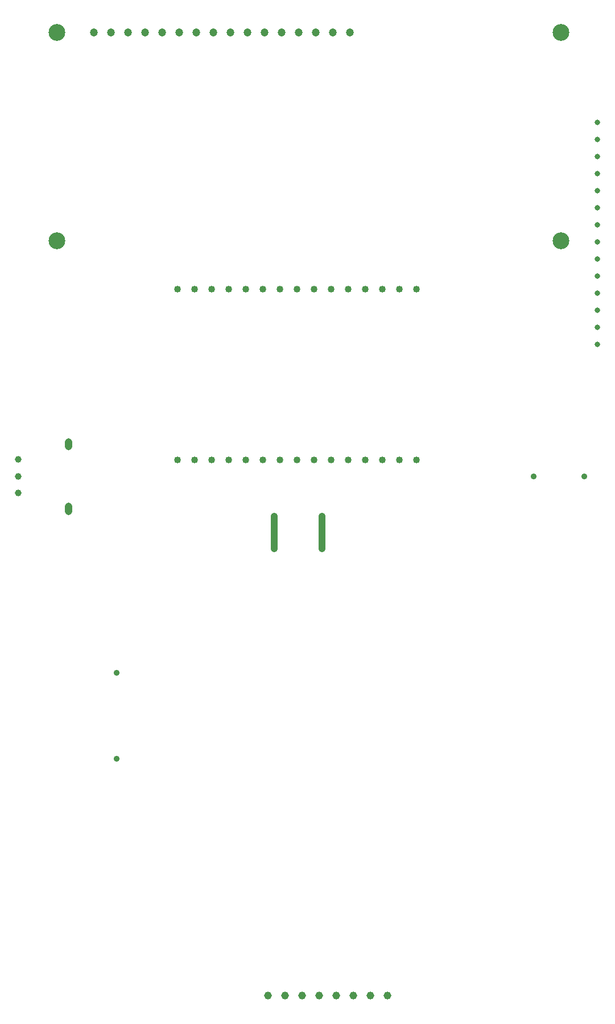
<source format=gbr>
%TF.GenerationSoftware,KiCad,Pcbnew,9.0.3*%
%TF.CreationDate,2025-09-20T20:11:44+05:30*%
%TF.ProjectId,RFID2,52464944-322e-46b6-9963-61645f706362,rev?*%
%TF.SameCoordinates,Original*%
%TF.FileFunction,Plated,1,2,PTH,Mixed*%
%TF.FilePolarity,Positive*%
%FSLAX46Y46*%
G04 Gerber Fmt 4.6, Leading zero omitted, Abs format (unit mm)*
G04 Created by KiCad (PCBNEW 9.0.3) date 2025-09-20 20:11:44*
%MOMM*%
%LPD*%
G01*
G04 APERTURE LIST*
%TA.AperFunction,ComponentDrill*%
%ADD10C,0.800000*%
%TD*%
%TA.AperFunction,ComponentDrill*%
%ADD11C,0.890000*%
%TD*%
%TA.AperFunction,ComponentDrill*%
%ADD12C,0.900000*%
%TD*%
G04 aperture for slot hole*
%TA.AperFunction,ComponentDrill*%
%ADD13C,0.980000*%
%TD*%
%TA.AperFunction,ComponentDrill*%
%ADD14C,1.000000*%
%TD*%
%TA.AperFunction,ComponentDrill*%
%ADD15C,1.020000*%
%TD*%
G04 aperture for slot hole*
%TA.AperFunction,ComponentDrill*%
%ADD16C,1.100000*%
%TD*%
%TA.AperFunction,ComponentDrill*%
%ADD17C,1.150000*%
%TD*%
%TA.AperFunction,ComponentDrill*%
%ADD18C,1.200000*%
%TD*%
%TA.AperFunction,ComponentDrill*%
%ADD19C,2.500000*%
%TD*%
G04 APERTURE END LIST*
D10*
%TO.C,U2*%
X165560000Y-42139437D03*
X165560000Y-44679437D03*
X165560000Y-47219437D03*
X165560000Y-49759437D03*
X165560000Y-52299437D03*
X165560000Y-54839437D03*
X165560000Y-57379437D03*
X165560000Y-59919437D03*
X165560000Y-62459437D03*
X165560000Y-64999437D03*
X165560000Y-67539437D03*
X165560000Y-70079437D03*
X165560000Y-72619437D03*
X165560000Y-75159437D03*
D11*
%TO.C,BT2*%
X94000000Y-123981937D03*
X94000000Y-136781937D03*
D12*
%TO.C,LS1*%
X156000000Y-94781937D03*
X163600000Y-94781937D03*
D13*
%TO.C,S1*%
X117460000Y-105589437D02*
X117460000Y-100689437D01*
X124560000Y-105589437D02*
X124560000Y-100689437D01*
D14*
%TO.C,R1*%
X79300000Y-92281937D03*
X79300000Y-94781937D03*
X79300000Y-97281937D03*
D15*
%TO.C,U3*%
X103015000Y-66939437D03*
X103015000Y-92339437D03*
X105555000Y-66939437D03*
X105555000Y-92339437D03*
X108095000Y-66939437D03*
X108095000Y-92339437D03*
X110635000Y-66939437D03*
X110635000Y-92339437D03*
X113175000Y-66939437D03*
X113175000Y-92339437D03*
X115715000Y-66939437D03*
X115715000Y-92339437D03*
X118255000Y-66939437D03*
X118255000Y-92339437D03*
X120795000Y-66939437D03*
X120795000Y-92339437D03*
X123335000Y-66939437D03*
X123335000Y-92339437D03*
X125875000Y-66939437D03*
X125875000Y-92339437D03*
X128415000Y-66939437D03*
X128415000Y-92339437D03*
X130955000Y-66939437D03*
X130955000Y-92339437D03*
X133495000Y-66939437D03*
X133495000Y-92339437D03*
X136035000Y-66939437D03*
X136035000Y-92339437D03*
X138575000Y-66939437D03*
X138575000Y-92339437D03*
D16*
%TO.C,R1*%
X86800000Y-90331937D02*
X86800000Y-89631937D01*
X86800000Y-99931937D02*
X86800000Y-99231937D01*
D17*
%TO.C,U1*%
X116470000Y-172041937D03*
X119010000Y-172041937D03*
X121550000Y-172041937D03*
X124090000Y-172041937D03*
X126630000Y-172041937D03*
X129170000Y-172041937D03*
X131710000Y-172041937D03*
X134250000Y-172041937D03*
D18*
%TO.C,DS1*%
X90560000Y-28781937D03*
X93100000Y-28781937D03*
X95640000Y-28781937D03*
X98180000Y-28781937D03*
X100720000Y-28781937D03*
X103260000Y-28781937D03*
X105800000Y-28781937D03*
X108340000Y-28781937D03*
X110880000Y-28781937D03*
X113420000Y-28781937D03*
X115960000Y-28781937D03*
X118500000Y-28781937D03*
X121040000Y-28781937D03*
X123580000Y-28781937D03*
X126120000Y-28781937D03*
X128660000Y-28781937D03*
D19*
X85060900Y-28781937D03*
X85060900Y-59782637D03*
X160059480Y-59782637D03*
X160060000Y-28781937D03*
M02*

</source>
